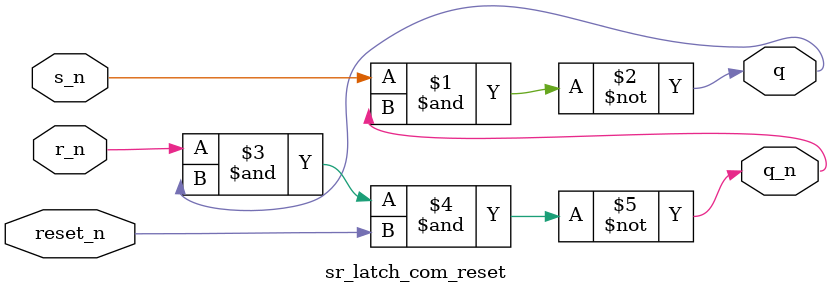
<source format=v>
/*
 * Módulo: sr_latch_com_reset
 * Função: Célula de memória básica (Latch SR) com reset assíncrono.
 * Construído com portas NAND cruzadas.
 * s_n e r_n são ativos em nível baixo.
 * reset_n é ativo em nível baixo.
 */
module sr_latch_com_reset (
    input s_n,
    input r_n,
    input reset_n,
    output q,
    output q_n
);

    // Estrutura de portas NAND cruzadas.
    // O reset_n no g2 força q_n para 1, que por sua vez força q para 0.
    nand g1 (q, s_n, q_n);
    nand g2 (q_n, r_n, q, reset_n);

endmodule
</source>
